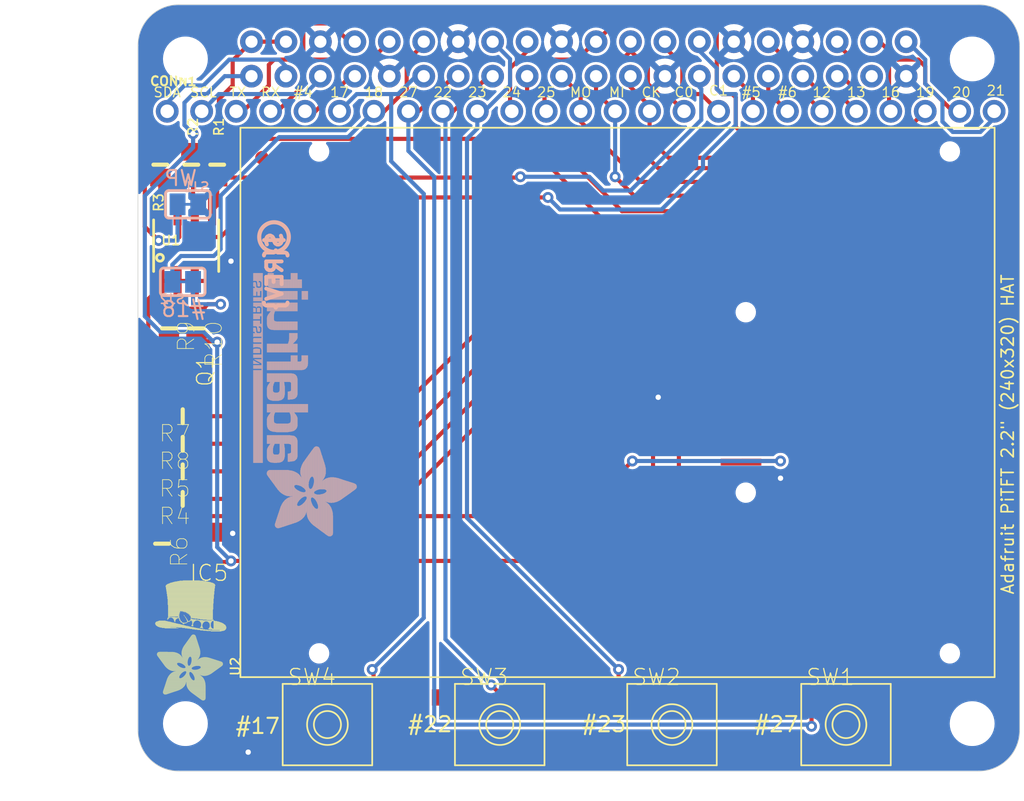
<source format=kicad_pcb>
(kicad_pcb (version 20221018) (generator pcbnew)
  (layers (0 "F.Cu" signal) (31 "B.Cu" signal) (34 "B.Paste" user) (35 "F.Paste" user) (36 "B.SilkS" user "B.Silkscreen") (37 "F.SilkS" user "F.Silkscreen") (38 "B.Mask" user) (39 "F.Mask" user) (44 "Edge.Cuts" user))
  (net 0 "")
  (net 1 "5.0V")
  (net 2 "GPIO4")
  (net 3 "GPIO17")
  (net 4 "GPIO27")
  (net 5 "GPIO22")
  (net 6 "SPI_MOSI")
  (net 7 "SPI_MISO")
  (net 8 "SPI_SCLK")
  (net 9 "GPIO5")
  (net 10 "GPIO6")
  (net 11 "GPIO13")
  (net 12 "GPIO19")
  (net 13 "GPIO26")
  (net 14 "3.3V")
  (net 15 "GND")
  (net 16 "GPIO18")
  (net 17 "GPIO24")
  (net 18 "SPI_CE0")
  (net 19 "EECLK")
  (net 20 "GPIO16")
  (net 21 "GPIO20")
  (net 22 "GPIO21")
  (net 23 "GPIO23")
  (net 24 "EEDATA")
  (net 25 "GPIO12")
  (net 26 "N$16")
  (net 27 "TFT_DC")
  (net 28 "TFT_RST")
  (net 29 "N$1")
  (net 30 "N$2")
  (net 31 "N$3")
  (net 32 "N$4")
  (net 33 "N$5")
  (net 34 "N$6")
  (net 35 "N$8")
  (net 36 "SDA")
  (net 37 "SCL")
  (net 38 "TXD")
  (net 39 "RXD")
  (net 40 "SPI_CE1")
  (footprint "working:SOT23" (layer "F.Cu") (at 120.8271 116.7436 180)
    (fp_text reference "IC5")
    (fp_text value "AXP803")
  )
  (footprint "working:EVQ-Q2" (layer "F.Cu") (at 142.6711 129.8246)
    (fp_text reference "SW3")
    (fp_text value "SPST_TACT-EVQQ2")
  )
  (footprint "working:0805-NO" (layer "F.Cu") (at 119.9381 88.5496 90)
    (fp_text reference "R2")
    (fp_text value "3.9K")
  )
  (footprint "working:0805-NO" (layer "F.Cu") (at 120.3191 100.6146 -90)
    (fp_text reference "R10")
    (fp_text value "1K")
  )
  (footprint "working:SOIC8_150MIL" (layer "F.Cu") (at 119.5571 94.5186)
    (fp_text reference "U1")
    (fp_text value "CAT24C32")
  )
  (footprint "working:PI_HAT_NOSLOTS" (layer "F.Cu") (at 116.0011 133.2536)
    (fp_text reference "RPI1" hide)
    (fp_text value "RASPBERRYPI_BPLUS_HATNOSLOTS" hide)
    (fp_line (start 0 -53.5) (end 0 -3) (stroke (width 0.05)) (layer "Edge.Cuts"))
    (fp_line (start 3 0) (end 62 0) (stroke (width 0.05)) (layer "Edge.Cuts"))
    (fp_line (start 62 -56.5) (end 3 -56.5) (stroke (width 0.05)) (layer "Edge.Cuts"))
    (fp_line (start 65 -3) (end 65 -53.5) (stroke (width 0.05)) (layer "Edge.Cuts"))
    (fp_arc (start 0 -53.5) (mid 0.87868 -55.62132) (end 3 -56.5) (stroke (width 0.05)) (layer "Edge.Cuts"))
    (fp_arc (start 3 0) (mid 0.87868 -0.87868) (end 0 -3) (stroke (width 0.05)) (layer "Edge.Cuts"))
    (fp_arc (start 62 -56.5) (mid 64.12132 -55.62132) (end 65 -53.5) (stroke (width 0.05)) (layer "Edge.Cuts"))
    (fp_arc (start 65 -3) (mid 64.12132 -0.87868) (end 62 0) (stroke (width 0.05)) (layer "Edge.Cuts"))
  )
  (footprint "working:0805-NO" (layer "F.Cu") (at 119.3031 109.1236 180)
    (fp_text reference "R8")
    (fp_text value "100")
  )
  (footprint "working:EVQ-Q2" (layer "F.Cu") (at 129.9711 129.8246)
    (fp_text reference "SW4")
    (fp_text value "SPST_TACT-EVQQ2")
  )
  (footprint "working:FIDUCIAL_1MM" (layer "F.Cu") (at 177.7231 124.7446)
    (fp_text reference "FID3" hide)
    (fp_text value "FIDUCIAL\"\"" hide)
  )
  (footprint "working:0805-NO" (layer "F.Cu") (at 121.8431 88.5496 90)
    (fp_text reference "R1")
    (fp_text value "3.9K")
  )
  (footprint "working:EVQ-Q2" (layer "F.Cu") (at 155.3711 129.8246)
    (fp_text reference "SW2")
    (fp_text value "SPST_TACT-EVQQ2")
  )
  (footprint "working:0805-NO" (layer "F.Cu") (at 119.3031 111.1556 180)
    (fp_text reference "R5")
    (fp_text value "100")
  )
  (footprint "working:PIHATLOGO" (layer "F.Cu") (at 117.2711 122.9666)
    (fp_text reference "U$4" hide)
    (fp_text value "" hide)
  )
  (footprint "working:0805-NO" (layer "F.Cu") (at 117.6521 88.5496 -90)
    (fp_text reference "R3")
    (fp_text value "3.9K")
  )
  (footprint "working:FIDUCIAL_1MM" (layer "F.Cu") (at 125.1451 124.7446)
    (fp_text reference "FID1" hide)
    (fp_text value "FIDUCIAL\"\"" hide)
  )
  (footprint "working:0805-NO" (layer "F.Cu") (at 119.3031 107.0916 180)
    (fp_text reference "R7")
    (fp_text value "100")
  )
  (footprint "working:FIDUCIAL_1MM" (layer "F.Cu") (at 125.1451 88.0416)
    (fp_text reference "FID2" hide)
    (fp_text value "FIDUCIAL\"\"" hide)
  )
  (footprint "working:0805-NO" (layer "F.Cu") (at 117.7791 116.4896 -90)
    (fp_text reference "R6")
    (fp_text value "10K")
  )
  (footprint "working:SOT23-BEC" (layer "F.Cu") (at 119.0491 104.4246 -90)
    (fp_text reference "Q1")
    (fp_text value "MMBT2222")
  )
  (footprint "working:1X25_ROUND_70MIL" (layer "F.Cu") (at 148.6401 84.6126)
    (fp_text reference "CONN1")
    (fp_text value "HEADER-1X25")
  )
  (footprint "working:0805-NO" (layer "F.Cu") (at 119.3031 113.1876 180)
    (fp_text reference "R4")
    (fp_text value "100")
  )
  (footprint "working:ADAFRUIT_5MM" (layer "F.Cu") (at 117.3981 128.0466)
    (fp_text reference "U$1" hide)
    (fp_text value "" hide)
  )
  (footprint "working:EVQ-Q2" (layer "F.Cu") (at 168.1981 129.8246)
    (fp_text reference "SW1")
    (fp_text value "SPST_TACT-EVQQ2")
  )
  (footprint "working:TM022HDH26_2.2IN_LCD" (layer "F.Cu") (at 149.2751 106.0756 90)
    (fp_text reference "U2")
    (fp_text value "2.2TFT")
  )
  (footprint "working:0805-NO" (layer "F.Cu") (at 118.2871 100.6146 -90)
    (fp_text reference "R9")
    (fp_text value "1K")
  )
  (footprint "working:PCBFEAT-REV-056" (layer "B.Cu") (at 126.0341 93.8836 -90)
    (fp_text reference "U$12" hide)
    (fp_text value "" hide)
  )
  (footprint "working:SOLDERJUMPER_CLOSEDWIRE" (layer "B.Cu") (at 119.3031 97.1856)
    (fp_text reference "SJ2")
    (fp_text value "BACKLITE")
  )
  (footprint "working:SOLDERJUMPER_CLOSEDWIRE" (layer "B.Cu") (at 119.6841 91.4706 180)
    (fp_text reference "SJ1")
    (fp_text value "WP")
  )
  (footprint "working:ADAFRUIT_TEXT_20MM" (layer "B.Cu") (at 124.5101 116.1086 90)
    (fp_text reference "U$3" hide)
    (fp_text value "" hide)
  )
  (gr_text "#18" (at 121.0811 99.8526) (layer "B.SilkS") (effects (font (size 1.1176 1.1176) (thickness 0.1524)) (justify left bottom mirror)))
  (gr_text "WP" (at 120.4461 90.2006) (layer "B.SilkS") (effects (font (size 1.1176 1.1176) (thickness 0.1524)) (justify left bottom mirror)))
  (gr_text "23" (at 141.0201 83.2156) (layer "F.SilkS") (effects (font (size 0.715264 0.715264) (thickness 0.097536))))
  (gr_text "19" (at 174.0401 83.2156) (layer "F.SilkS") (effects (font (size 0.715264 0.715264) (thickness 0.097536))))
  (gr_text "17" (at 130.8601 83.2156) (layer "F.SilkS") (effects (font (size 0.715264 0.715264) (thickness 0.097536))))
  (gr_text "TX" (at 123.3671 83.2156) (layer "F.SilkS") (effects (font (size 0.715264 0.715264) (thickness 0.097536))))
  (gr_text "24" (at 143.5601 83.2156) (layer "F.SilkS") (effects (font (size 0.715264 0.715264) (thickness 0.097536))))
  (gr_text "C0" (at 156.2601 83.2156) (layer "F.SilkS") (effects (font (size 0.715264 0.715264) (thickness 0.097536))))
  (gr_text "20" (at 176.7071 83.2156) (layer "F.SilkS") (effects (font (size 0.715264 0.715264) (thickness 0.097536))))
  (gr_text "MO" (at 148.6401 83.2156) (layer "F.SilkS") (effects (font (size 0.715264 0.715264) (thickness 0.097536))))
  (gr_text "16" (at 171.5001 83.2156) (layer "F.SilkS") (effects (font (size 0.715264 0.715264) (thickness 0.097536))))
  (gr_text "Adafruit PiTFT 2.2\" (240x320) HAT" (at 180.6441 120.2996 90) (layer "F.SilkS") (effects (font (size 0.89408 0.89408) (thickness 0.12192)) (justify left bottom)))
  (gr_text "#6" (at 163.8801 83.2156) (layer "F.SilkS") (effects (font (size 0.715264 0.715264) (thickness 0.097536))))
  (gr_text "SCL" (at 120.8271 83.2156) (layer "F.SilkS") (effects (font (size 0.715264 0.715264) (thickness 0.097536))))
  (gr_text "22" (at 138.4801 83.2156) (layer "F.SilkS") (effects (font (size 0.715264 0.715264) (thickness 0.097536))))
  (gr_text "#17" (at 123.1131 130.5866) (layer "F.SilkS") (effects (font (size 1.1176 1.1176) (thickness 0.1524)) (justify left bottom)))
  (gr_text "SDA" (at 118.1601 83.2156) (layer "F.SilkS") (effects (font (size 0.715264 0.715264) (thickness 0.097536))))
  (gr_text "25" (at 146.1001 83.2156) (layer "F.SilkS") (effects (font (size 0.715264 0.715264) (thickness 0.097536))))
  (gr_text "12" (at 166.4201 83.2156) (layer "F.SilkS") (effects (font (size 0.715264 0.715264) (thickness 0.097536))))
  (gr_text "#22" (at 135.8131 130.4596) (layer "F.SilkS") (effects (font (size 1.1176 1.1176) (thickness 0.1524)) (justify left bottom)))
  (gr_text "MI" (at 151.3071 83.2156) (layer "F.SilkS") (effects (font (size 0.715264 0.715264) (thickness 0.097536))))
  (gr_text "C1" (at 158.8001 83.0886) (layer "F.SilkS") (effects (font (size 0.715264 0.715264) (thickness 0.097536))))
  (gr_text "27" (at 135.9401 83.2156) (layer "F.SilkS") (effects (font (size 0.715264 0.715264) (thickness 0.097536))))
  (gr_text "RX" (at 125.7801 83.2156) (layer "F.SilkS") (effects (font (size 0.715264 0.715264) (thickness 0.097536))))
  (gr_text "#27" (at 161.3401 130.4596) (layer "F.SilkS") (effects (font (size 1.1176 1.1176) (thickness 0.1524)) (justify left bottom)))
  (gr_text "18" (at 133.4001 83.2156) (layer "F.SilkS") (effects (font (size 0.715264 0.715264) (thickness 0.097536))))
  (gr_text "CK" (at 153.8471 83.2156) (layer "F.SilkS") (effects (font (size 0.715264 0.715264) (thickness 0.097536))))
  (gr_text "13" (at 168.9601 83.2156) (layer "F.SilkS") (effects (font (size 0.715264 0.715264) (thickness 0.097536))))
  (gr_text "#23" (at 148.6401 130.4596) (layer "F.SilkS") (effects (font (size 1.1176 1.1176) (thickness 0.1524)) (justify left bottom)))
  (gr_text "#5" (at 161.2131 83.2156) (layer "F.SilkS") (effects (font (size 0.715264 0.715264) (thickness 0.097536))))
  (gr_text "#4" (at 128.1931 83.2156) (layer "F.SilkS") (effects (font (size 0.715264 0.715264) (thickness 0.097536))))
  (gr_text "21" (at 179.2471 83.0886) (layer "F.SilkS") (effects (font (size 0.715264 0.715264) (thickness 0.097536))))
  (segment (start 162.6101 95.1536) (end 160.3241 92.8676) (width 0.3048) (layer "F.Cu") (net 1))
  (segment (start 126.9111 79.4836) (end 124.3711 79.4836) (width 0.3048) (layer "F.Cu") (net 1))
  (segment (start 160.3241 92.8676) (end 150.5451 92.8676) (width 0.3048) (layer "F.Cu") (net 1))
  (segment (start 162.6101 103.7896) (end 162.6101 95.1536) (width 0.3048) (layer "F.Cu") (net 1))
  (segment (start 160.4591 104.0756) (end 162.3241 104.0756) (width 0.3048) (layer "F.Cu") (net 1))
  (segment (start 162.3241 104.0756) (end 162.6101 103.7896) (width 0.3048) (layer "F.Cu") (net 1))
  (segment (start 122.9861 82.7076) (end 121.9701 83.7236) (width 0.3048) (layer "F.Cu") (net 1))
  (segment (start 124.3711 79.4836) (end 122.9861 80.8686) (width 0.3048) (layer "F.Cu") (net 1))
  (segment (start 144.3221 86.6446) (end 150.5451 92.8676) (width 0.3048) (layer "F.Cu") (net 1))
  (segment (start 121.9701 85.5016) (end 123.1131 86.6446) (width 0.3048) (layer "F.Cu") (net 1))
  (segment (start 123.1131 86.6446) (end 144.3221 86.6446) (width 0.3048) (layer "F.Cu") (net 1))
  (segment (start 121.9701 83.7236) (end 121.9701 85.5016) (width 0.3048) (layer "F.Cu") (net 1))
  (segment (start 122.9861 80.8686) (end 122.9861 82.7076) (width 0.3048) (layer "F.Cu") (net 1))
  (segment (start 128.3201 84.6126) (end 129.0821 84.6126) (width 0.3048) (layer "F.Cu") (net 2))
  (segment (start 129.0821 84.6126) (end 131.6711 82.0236) (width 0.3048) (layer "F.Cu") (net 2))
  (segment (start 131.6711 82.0236) (end 131.9911 82.0236) (width 0.3048) (layer "F.Cu") (net 2))
  (segment (start 126.5711 127.8246) (end 133.3711 127.8246) (width 0.3048) (layer "F.Cu") (net 3))
  (segment (start 133.3711 125.8586) (end 133.2731 125.7606) (width 0.3048) (layer "F.Cu") (net 3))
  (segment (start 133.3711 127.8246) (end 133.3711 125.8586) (width 0.3048) (layer "F.Cu") (net 3))
  (via (at 133.2731 125.7606) (size 0.8001) (drill 0.3937) (layers "F.Cu" "B.Cu") (net 3))
  (segment (start 137.0711 121.9626) (end 137.0711 90.6966) (width 0.3048) (layer "B.Cu") (net 3))
  (segment (start 136.4971 82.0236) (end 137.0711 82.0236) (width 0.3048) (layer "B.Cu") (net 3))
  (segment (start 135.1781 83.3426) (end 136.4971 82.0236) (width 0.3048) (layer "B.Cu") (net 3))
  (segment (start 134.6701 83.3426) (end 135.1781 83.3426) (width 0.3048) (layer "B.Cu") (net 3))
  (segment (start 133.2731 125.7606) (end 137.0711 121.9626) (width 0.3048) (layer "B.Cu") (net 3))
  (segment (start 130.8601 84.6126) (end 132.1301 83.3426) (width 0.3048) (layer "B.Cu") (net 3))
  (segment (start 137.0711 90.6966) (end 134.6701 88.2956) (width 0.3048) (layer "B.Cu") (net 3))
  (segment (start 132.1301 83.3426) (end 134.6701 83.3426) (width 0.3048) (layer "B.Cu") (net 3))
  (segment (start 134.6701 88.2956) (end 134.6701 83.3426) (width 0.3048) (layer "B.Cu") (net 3))
  (segment (start 165.6581 128.6846) (end 165.6581 129.9516) (width 0.3048) (layer "F.Cu") (net 4))
  (segment (start 171.5981 127.8246) (end 164.7981 127.8246) (width 0.3048) (layer "F.Cu") (net 4))
  (segment (start 136.7021 84.6126) (end 138.8611 82.4536) (width 0.3048) (layer "F.Cu") (net 4))
  (segment (start 164.7981 127.8246) (end 165.6581 128.6846) (width 0.3048) (layer "F.Cu") (net 4))
  (segment (start 139.1811 82.4536) (end 139.6111 82.0236) (width 0.3048) (layer "F.Cu") (net 4))
  (segment (start 135.9401 84.6126) (end 136.7021 84.6126) (width 0.3048) (layer "F.Cu") (net 4))
  (segment (start 138.8611 82.4536) (end 139.1811 82.4536) (width 0.3048) (layer "F.Cu") (net 4))
  (via (at 165.6581 129.9516) (size 0.8001) (drill 0.3937) (layers "F.Cu" "B.Cu") (net 4))
  (segment (start 137.9721 129.8246) (end 137.8451 129.6976) (width 0.3048) (layer "B.Cu") (net 4))
  (segment (start 137.8451 89.4386) (end 135.9401 87.5336) (width 0.3048) (layer "B.Cu") (net 4))
  (segment (start 137.8451 129.6976) (end 137.8451 89.4386) (width 0.3048) (layer "B.Cu") (net 4))
  (segment (start 165.6581 129.9516) (end 165.5311 129.8246) (width 0.3048) (layer "B.Cu") (net 4))
  (segment (start 135.9401 87.5336) (end 135.9401 84.6126) (width 0.3048) (layer "B.Cu") (net 4))
  (segment (start 165.5311 129.8246) (end 137.9721 129.8246) (width 0.3048) (layer "B.Cu") (net 4))
  (segment (start 141.4011 82.4536) (end 141.7211 82.4536) (width 0.3048) (layer "F.Cu") (net 5))
  (segment (start 142.9571 127.8246) (end 142.0361 126.9036) (width 0.3048) (layer "F.Cu") (net 5))
  (segment (start 146.0711 127.8246) (end 142.9571 127.8246) (width 0.3048) (layer "F.Cu") (net 5))
  (segment (start 138.4801 84.6126) (end 139.2421 84.6126) (width 0.3048) (layer "F.Cu") (net 5))
  (segment (start 139.2421 84.6126) (end 141.4011 82.4536) (width 0.3048) (layer "F.Cu") (net 5))
  (segment (start 141.7211 82.4536) (end 142.1511 82.0236) (width 0.3048) (layer "F.Cu") (net 5))
  (segment (start 139.2711 127.8246) (end 146.0711 127.8246) (width 0.3048) (layer "F.Cu") (net 5))
  (via (at 142.0361 126.9036) (size 0.8001) (drill 0.3937) (layers "F.Cu" "B.Cu") (net 5))
  (segment (start 138.6706 84.6126) (end 138.4801 84.6126) (width 0.3048) (layer "B.Cu") (net 5))
  (segment (start 142.0361 126.9036) (end 138.6706 123.5381) (width 0.3048) (layer "B.Cu") (net 5))
  (segment (start 138.6706 123.5381) (end 138.6706 84.6126) (width 0.3048) (layer "B.Cu") (net 5))
  (segment (start 164.8961 93.8836) (end 160.8321 89.8196) (width 0.3048) (layer "F.Cu") (net 6))
  (segment (start 164.8961 106.5836) (end 164.8961 93.8836) (width 0.3048) (layer "F.Cu") (net 6))
  (segment (start 153.0851 89.8196) (end 148.6401 85.3746) (width 0.3048) (layer "F.Cu") (net 6))
  (segment (start 160.4591 107.2756) (end 164.2041 107.2756) (width 0.3048) (layer "F.Cu") (net 6))
  (segment (start 147.2311 82.0236) (end 148.6401 83.4326) (width 0.3048) (layer "F.Cu") (net 6))
  (segment (start 148.6401 85.3746) (end 148.6401 84.6126) (width 0.3048) (layer "F.Cu") (net 6))
  (segment (start 148.6401 83.4326) (end 148.6401 84.6126) (width 0.3048) (layer "F.Cu") (net 6))
  (segment (start 160.8321 89.8196) (end 153.0851 89.8196) (width 0.3048) (layer "F.Cu") (net 6))
  (segment (start 164.2041 107.2756) (end 164.8961 106.5836) (width 0.3048) (layer "F.Cu") (net 6))
  (segment (start 164.1341 106.0756) (end 164.1341 94.3916) (width 0.3048) (layer "F.Cu") (net 7))
  (segment (start 160.4591 106.4756) (end 163.7341 106.4756) (width 0.3048) (layer "F.Cu") (net 7))
  (segment (start 164.1341 94.3916) (end 160.5781 90.8356) (width 0.3048) (layer "F.Cu") (net 7))
  (segment (start 149.7711 83.2036) (end 151.1801 84.6126) (width 0.3048) (layer "F.Cu") (net 7))
  (segment (start 160.5781 90.8356) (end 152.5771 90.8356) (width 0.3048) (layer "F.Cu") (net 7))
  (segment (start 163.7341 106.4756) (end 164.1341 106.0756) (width 0.3048) (layer "F.Cu") (net 7))
  (segment (start 152.5771 90.8356) (end 151.1801 89.4386) (width 0.3048) (layer "F.Cu") (net 7))
  (segment (start 149.7711 82.0236) (end 149.7711 83.2036) (width 0.3048) (layer "F.Cu") (net 7))
  (via (at 151.1801 89.4386) (size 0.8001) (drill 0.3937) (layers "F.Cu" "B.Cu") (net 7))
  (segment (start 151.1801 89.4386) (end 151.1801 84.6126) (width 0.3048) (layer "B.Cu") (net 7))
  (segment (start 152.3111 82.8226) (end 153.7201 84.2316) (width 0.3048) (layer "F.Cu") (net 8))
  (segment (start 153.7201 84.2316) (end 153.7201 84.6126) (width 0.3048) (layer "F.Cu") (net 8))
  (segment (start 166.1661 91.3436) (end 162.8641 88.0416) (width 0.3048) (layer "F.Cu") (net 8))
  (segment (start 166.1661 108.3616) (end 164.8961 109.6316) (width 0.3048) (layer "F.Cu") (net 8))
  (segment (start 160.5031 109.6316) (end 160.4591 109.6756) (width 0.3048) (layer "F.Cu") (net 8))
  (segment (start 153.7201 86.6446) (end 153.7201 84.6126) (width 0.3048) (layer "F.Cu") (net 8))
  (segment (start 162.8641 88.0416) (end 155.1171 88.0416) (width 0.3048) (layer "F.Cu") (net 8))
  (segment (start 164.8961 109.6316) (end 160.5031 109.6316) (width 0.3048) (layer "F.Cu") (net 8))
  (segment (start 155.1171 88.0416) (end 153.7201 86.6446) (width 0.3048) (layer "F.Cu") (net 8))
  (segment (start 166.1661 108.3616) (end 166.1661 91.3436) (width 0.3048) (layer "F.Cu") (net 8))
  (segment (start 152.3111 82.0236) (end 152.3111 82.8226) (width 0.3048) (layer "F.Cu") (net 8))
  (segment (start 161.3401 83.4326) (end 159.9311 82.0236) (width 0.3048) (layer "F.Cu") (net 9))
  (segment (start 161.3401 84.6126) (end 161.3401 83.4326) (width 0.3048) (layer "F.Cu") (net 9))
  (segment (start 162.4711 82.0236) (end 162.4711 83.2036) (width 0.3048) (layer "F.Cu") (net 10))
  (segment (start 162.4711 83.2036) (end 163.8801 84.6126) (width 0.3048) (layer "F.Cu") (net 10))
  (segment (start 167.6901 83.3426) (end 166.4201 83.3426) (width 0.3048) (layer "F.Cu") (net 11))
  (segment (start 166.4201 83.3426) (end 165.1011 82.0236) (width 0.3048) (layer "F.Cu") (net 11))
  (segment (start 165.1011 82.0236) (end 165.0111 82.0236) (width 0.3048) (layer "F.Cu") (net 11))
  (segment (start 168.9601 84.6126) (end 167.6901 83.3426) (width 0.3048) (layer "F.Cu") (net 11))
  (segment (start 174.0401 84.6126) (end 172.3891 86.2636) (width 0.3048) (layer "F.Cu") (net 12))
  (segment (start 169.5951 83.2156) (end 169.0871 83.2156) (width 0.3048) (layer "F.Cu") (net 12))
  (segment (start 170.2301 83.8506) (end 169.5951 83.2156) (width 0.3048) (layer "F.Cu") (net 12))
  (segment (start 170.2301 85.1206) (end 170.2301 83.8506) (width 0.3048) (layer "F.Cu") (net 12))
  (segment (start 172.3891 86.2636) (end 171.3731 86.2636) (width 0.3048) (layer "F.Cu") (net 12))
  (segment (start 171.3731 86.2636) (end 170.2301 85.1206) (width 0.3048) (layer "F.Cu") (net 12))
  (segment (start 169.0871 83.2156) (end 167.8951 82.0236) (width 0.3048) (layer "F.Cu") (net 12))
  (segment (start 167.8951 82.0236) (end 167.5511 82.0236) (width 0.3048) (layer "F.Cu") (net 12))
  (segment (start 144.8301 83.8506) (end 144.6911 83.7116) (width 0.3048) (layer "F.Cu") (net 14))
  (segment (start 120.8271 117.8436) (end 120.4231 117.4396) (width 0.3048) (layer "F.Cu") (net 14))
  (segment (start 117.8451 89.4996) (end 119.3031 88.0416) (width 0.3048) (layer "F.Cu") (net 14))
  (segment (start 119.3031 88.0416) (end 119.8771 88.0416) (width 0.3048) (layer "F.Cu") (net 14))
  (segment (start 160.4591 104.8756) (end 155.8221 104.8756) (width 0.3048) (layer "F.Cu") (net 14))
  (segment (start 155.4981 104.5516) (end 153.3391 104.5516) (width 0.3048) (layer "F.Cu") (net 14))
  (segment (start 117.6521 89.4996) (end 117.8451 89.4996) (width 0.3048) (layer "F.Cu") (net 14))
  (segment (start 148.6401 117.7596) (end 122.8591 117.7596) (width 0.3048) (layer "F.Cu") (net 14))
  (segment (start 153.3391 104.5516) (end 152.7041 105.1866) (width 0.3048) (layer "F.Cu") (net 14))
  (segment (start 119.8771 88.0416) (end 119.8771 87.5996) (width 0.3048) (layer "F.Cu") (net 14))
  (segment (start 121.8431 101.6306) (end 121.7771 101.5646) (width 0.3048) (layer "F.Cu") (net 14))
  (segment (start 120.0651 87.2796) (end 119.9381 87.4066) (width 0.3048) (layer "F.Cu") (net 14))
  (segment (start 163.3721 104.2976) (end 163.3721 94.8996) (width 0.3048) (layer "F.Cu") (net 14))
  (segment (start 120.4231 117.4396) (end 117.7791 117.4396) (width 0.3048) (layer "F.Cu") (net 14))
  (segment (start 153.9741 109.2506) (end 153.9741 112.4256) (width 0.3048) (layer "F.Cu") (net 14))
  (segment (start 160.4511 91.9786) (end 151.6881 91.9786) (width 0.3048) (layer "F.Cu") (net 14))
  (segment (start 162.7941 104.8756) (end 163.3721 104.2976) (width 0.3048) (layer "F.Cu") (net 14))
  (segment (start 155.8221 104.8756) (end 155.4981 104.5516) (width 0.3048) (layer "F.Cu") (net 14))
  (segment (start 152.7041 105.1866) (end 152.7041 107.9806) (width 0.3048) (layer "F.Cu") (net 14))
  (segment (start 121.7771 101.5646) (end 120.3191 101.5646) (width 0.3048) (layer "F.Cu") (net 14))
  (segment (start 151.6881 91.9786) (end 144.8301 85.1206) (width 0.3048) (layer "F.Cu") (net 14))
  (segment (start 163.3721 94.8996) (end 160.4511 91.9786) (width 0.3048) (layer "F.Cu") (net 14))
  (segment (start 119.9381 87.5996) (end 121.8431 87.5996) (width 0.3048) (layer "F.Cu") (net 14))
  (segment (start 117.6521 91.9186) (end 117.6521 89.4996) (width 0.3048) (layer "F.Cu") (net 14))
  (segment (start 144.6911 83.7116) (end 144.6911 82.0236) (width 0.3048) (layer "F.Cu") (net 14))
  (segment (start 120.8271 117.8436) (end 122.7751 117.8436) (width 0.3048) (layer "F.Cu") (net 14))
  (segment (start 119.9381 87.4066) (end 119.9381 87.5996) (width 0.3048) (layer "F.Cu") (net 14))
  (segment (start 152.7041 107.9806) (end 153.9741 109.2506) (width 0.3048) (layer "F.Cu") (net 14))
  (segment (start 160.4591 104.8756) (end 162.7941 104.8756) (width 0.3048) (layer "F.Cu") (net 14))
  (segment (start 119.8771 87.5996) (end 119.9381 87.5996) (width 0.3048) (layer "F.Cu") (net 14))
  (segment (start 122.7751 117.8436) (end 122.8591 117.7596) (width 0.3048) (layer "F.Cu") (net 14))
  (segment (start 144.8301 85.1206) (end 144.8301 83.8506) (width 0.3048) (layer "F.Cu") (net 14))
  (segment (start 120.0651 86.2636) (end 120.0651 87.2796) (width 0.3048) (layer "F.Cu") (net 14))
  (segment (start 153.9741 112.4256) (end 148.6401 117.7596) (width 0.3048) (layer "F.Cu") (net 14))
  (via (at 122.8591 117.7596) (size 0.8001) (drill 0.3937) (layers "F.Cu" "B.Cu") (net 14))
  (via (at 120.0651 86.2636) (size 0.8001) (drill 0.3937) (layers "F.Cu" "B.Cu") (net 14))
  (via (at 121.8431 101.6306) (size 0.8001) (drill 0.3937) (layers "F.Cu" "B.Cu") (net 14))
  (segment (start 122.8591 117.7596) (end 121.8431 116.7436) (width 0.3048) (layer "B.Cu") (net 14))
  (segment (start 121.8431 101.8846) (end 120.8271 100.8686) (width 0.3048) (layer "B.Cu") (net 14))
  (segment (start 116.5091 99.7256) (end 116.5091 90.8356) (width 0.3048) (layer "B.Cu") (net 14))
  (segment (start 120.8271 100.8686) (end 117.6521 100.8686) (width 0.3048) (layer "B.Cu") (net 14))
  (segment (start 117.6521 100.8686) (end 116.5091 99.7256) (width 0.3048) (layer "B.Cu") (net 14))
  (segment (start 121.8431 116.7436) (end 121.8431 101.8846) (width 0.3048) (layer "B.Cu") (net 14))
  (segment (start 121.8431 101.8846) (end 121.8431 101.6306) (width 0.3048) (layer "B.Cu") (net 14))
  (segment (start 120.0651 83.3426) (end 121.0811 83.3426) (width 0.3048) (layer "B.Cu") (net 14))
  (segment (start 116.5091 90.8356) (end 120.0651 87.2796) (width 0.3048) (layer "B.Cu") (net 14))
  (segment (start 122.4001 82.0236) (end 124.3711 82.0236) (width 0.3048) (layer "B.Cu") (net 14))
  (segment (start 119.4301 83.9776) (end 120.0651 83.3426) (width 0.3048) (layer "B.Cu") (net 14))
  (segment (start 121.0811 83.3426) (end 122.4001 82.0236) (width 0.3048) (layer "B.Cu") (net 14))
  (segment (start 119.4301 85.6286) (end 120.0651 86.2636) (width 0.3048) (layer "B.Cu") (net 14))
  (segment (start 119.4301 83.9776) (end 119.4301 85.6286) (width 0.3048) (layer "B.Cu") (net 14))
  (segment (start 120.0651 87.2796) (end 120.0651 86.2636) (width 0.3048) (layer "B.Cu") (net 14))
  (segment (start 118.9221 97.1186) (end 120.1921 97.1186) (width 0.3048) (layer "F.Cu") (net 15))
  (segment (start 139.3031 131.8566) (end 146.7351 131.8566) (width 0.3048) (layer "F.Cu") (net 15))
  (segment (start 117.6521 97.5666) (end 117.6521 97.1186) (width 0.3048) (layer "F.Cu") (net 15))
  (segment (start 160.4591 105.6756) (end 154.3741 105.6756) (width 0.4064) (layer "F.Cu") (net 15))
  (segment (start 146.7671 131.8246) (end 151.9711 131.8246) (width 0.3048) (layer "F.Cu") (net 15))
  (segment (start 139.2711 131.8246) (end 146.0711 131.8246) (width 0.3048) (layer "F.Cu") (net 15))
  (segment (start 164.7981 131.8246) (end 171.5981 131.8246) (width 0.3048) (layer "F.Cu") (net 15))
  (segment (start 126.5711 131.8246) (end 126.5391 131.8566) (width 0.3048) (layer "F.Cu") (net 15))
  (segment (start 126.5391 131.8566) (end 124.1291 131.8566) (width 0.3048) (layer "F.Cu") (net 15))
  (segment (start 116.7631 104.1886) (end 116.7631 98.4556) (width 0.3048) (layer "F.Cu") (net 15))
  (segment (start 117.9491 105.3746) (end 116.7631 104.1886) (width 0.3048) (layer "F.Cu") (net 15))
  (segment (start 154.3741 105.6756) (end 154.3551 105.6946) (width 0.4064) (layer "F.Cu") (net 15))
  (segment (start 121.7771 115.6436) (end 121.8611 115.7276) (width 0.3048) (layer "F.Cu") (net 15))
  (segment (start 133.3711 131.8246) (end 139.2711 131.8246) (width 0.3048) (layer "F.Cu") (net 15))
  (segment (start 139.2711 131.8246) (end 139.3031 131.8566) (width 0.3048) (layer "F.Cu") (net 15))
  (segment (start 158.7711 131.8246) (end 164.7981 131.8246) (width 0.3048) (layer "F.Cu") (net 15))
  (segment (start 116.7631 98.4556) (end 117.6521 97.5666) (width 0.3048) (layer "F.Cu") (net 15))
  (segment (start 146.7351 131.8566) (end 146.7671 131.8246) (width 0.3048) (layer "F.Cu") (net 15))
  (segment (start 121.4621 97.1186) (end 122.8591 95.7216) (width 0.3048) (layer "F.Cu") (net 15))
  (segment (start 122.8591 95.7216) (end 122.8591 95.6616) (width 0.3048) (layer "F.Cu") (net 15))
  (segment (start 160.4591 111.2756) (end 162.9841 111.2756) (width 0.4064) (layer "F.Cu") (net 15))
  (segment (start 162.9841 111.2756) (end 163.3721 111.6636) (width 0.4064) (layer "F.Cu") (net 15))
  (segment (start 120.1921 97.1186) (end 121.4621 97.1186) (width 0.3048) (layer "F.Cu") (net 15))
  (segment (start 151.9711 131.8246) (end 158.7711 131.8246) (width 0.3048) (layer "F.Cu") (net 15))
  (segment (start 117.6521 97.1186) (end 118.9221 97.1186) (width 0.3048) (layer "F.Cu") (net 15))
  (segment (start 126.5711 131.8246) (end 133.3711 131.8246) (width 0.3048) (layer "F.Cu") (net 15))
  (segment (start 121.8611 115.7276) (end 122.9861 115.7276) (width 0.3048) (layer "F.Cu") (net 15))
  (via (at 122.8591 95.6616) (size 0.8001) (drill 0.3937) (layers "F.Cu" "B.Cu") (net 15))
  (via (at 154.3551 105.6946) (size 0.8001) (drill 0.3937) (layers "F.Cu" "B.Cu") (net 15))
  (via (at 122.9861 115.7276) (size 0.8001) (drill 0.3937) (layers "F.Cu" "B.Cu") (net 15))
  (via (at 124.1291 131.8566) (size 0.8001) (drill 0.3937) (layers "F.Cu" "B.Cu") (net 15))
  (via (at 163.3721 111.6636) (size 0.8001) (drill 0.3937) (layers "F.Cu" "B.Cu") (net 15))
  (segment (start 122.8591 95.6616) (end 122.8591 94.8996) (width 0.3048) (layer "B.Cu") (net 15))
  (segment (start 124.3831 129.8246) (end 124.1291 129.8246) (width 0.3048) (layer "B.Cu") (net 15))
  (segment (start 163.3721 111.6636) (end 163.8801 112.1716) (width 0.4064) (layer "B.Cu") (net 15))
  (segment (start 122.9861 115.7276) (end 123.6211 115.7276) (width 0.3048) (layer "B.Cu") (net 15))
  (segment (start 154.3551 105.6946) (end 154.3551 104.5516) (width 0.4064) (layer "B.Cu") (net 15))
  (segment (start 135.8131 80.9296) (end 137.0711 79.6716) (width 0.3048) (layer "F.Cu") (net 16))
  (segment (start 135.8131 82.9616) (end 135.8131 80.9296) (width 0.3048) (layer "F.Cu") (net 16))
  (segment (start 134.1621 84.6126) (end 135.8131 82.9616) (width 0.3048) (layer "F.Cu") (net 16))
  (segment (start 137.0711 79.6716) (end 137.0711 79.4836) (width 0.3048) (layer "F.Cu") (net 16))
  (segment (start 133.4001 84.6126) (end 134.1621 84.6126) (width 0.3048) (layer "F.Cu") (net 16))
  (segment (start 119.1761 95.2806) (end 118.5411 95.9156) (width 0.3048) (layer "B.Cu") (net 16))
  (segment (start 126.4151 86.5176) (end 131.4951 86.5176) (width 0.3048) (layer "B.Cu") (net 16))
  (segment (start 122.0971 94.7726) (end 121.5891 95.2806) (width 0.3048) (layer "B.Cu") (net 16))
  (segment (start 121.5891 95.2806) (end 119.1761 95.2806) (width 0.3048) (layer "B.Cu") (net 16))
  (segment (start 122.0971 94.7726) (end 122.0971 90.8356) (width 0.3048) (layer "B.Cu") (net 16))
  (segment (start 122.0971 90.8356) (end 126.4151 86.5176) (width 0.3048) (layer "B.Cu") (net 16))
  (segment (start 118.5411 95.9156) (end 118.5411 97.1856) (width 0.3048) (layer "B.Cu") (net 16))
  (segment (start 118.5411 97.1856) (end 118.2871 96.9316) (width 0.3048) (layer "B.Cu") (net 16))
  (segment (start 131.4951 86.5176) (end 133.4001 84.6126) (width 0.3048) (layer "B.Cu") (net 16))
  (segment (start 143.4331 81.4376) (end 144.6911 80.1796) (width 0.3048) (layer "F.Cu") (net 17))
  (segment (start 143.4331 84.4856) (end 143.4331 81.4376) (width 0.3048) (layer "F.Cu") (net 17))
  (segment (start 143.5601 84.6126) (end 143.4331 84.4856) (width 0.3048) (layer "F.Cu") (net 17))
  (segment (start 144.6911 80.1796) (end 144.6911 79.4836) (width 0.3048) (layer "F.Cu") (net 17))
  (segment (start 164.4201 108.0756) (end 165.4041 107.0916) (width 0.3048) (layer "F.Cu") (net 18))
  (segment (start 155.3711 83.7236) (end 156.2601 84.6126) (width 0.3048) (layer "F.Cu") (net 18))
  (segment (start 152.4501 83.9776) (end 151.0531 82.5806) (width 0.3048) (layer "F.Cu") (net 18))
  (segment (start 152.4501 86.8986) (end 152.4501 83.9776) (width 0.3048) (layer "F.Cu") (net 18))
  (segment (start 154.3551 88.8036) (end 152.4501 86.8986) (width 0.3048) (layer "F.Cu") (net 18))
  (segment (start 162.1021 88.8036) (end 154.3551 88.8036) (width 0.3048) (layer "F.Cu") (net 18))
  (segment (start 154.7361 83.7236) (end 155.3711 83.7236) (width 0.3048) (layer "F.Cu") (net 18))
  (segment (start 165.4041 92.1056) (end 162.1021 88.8036) (width 0.3048) (layer "F.Cu") (net 18))
  (segment (start 160.4591 108.0756) (end 164.4201 108.0756) (width 0.3048) (layer "F.Cu") (net 18))
  (segment (start 153.5931 81.4376) (end 153.5931 82.5806) (width 0.3048) (layer "F.Cu") (net 18))
  (segment (start 152.3111 79.4836) (end 152.3111 80.1556) (width 0.3048) (layer "F.Cu") (net 18))
  (segment (start 153.5931 82.5806) (end 154.7361 83.7236) (width 0.3048) (layer "F.Cu") (net 18))
  (segment (start 152.3111 80.1556) (end 153.5931 81.4376) (width 0.3048) (layer "F.Cu") (net 18))
  (segment (start 165.4041 107.0916) (end 165.4041 92.1056) (width 0.3048) (layer "F.Cu") (net 18))
  (segment (start 152.3111 80.1796) (end 152.3111 80.1556) (width 0.3048) (layer "F.Cu") (net 18))
  (segment (start 151.0531 82.5806) (end 151.0531 81.4376) (width 0.3048) (layer "F.Cu") (net 18))
  (segment (start 151.0531 81.4376) (end 152.3111 80.1796) (width 0.3048) (layer "F.Cu") (net 18))
  (segment (start 120.0651 91.7916) (end 120.0651 89.5656) (width 0.3048) (layer "F.Cu") (net 19))
  (segment (start 125.0181 90.9626) (end 146.2271 90.9626) (width 0.3048) (layer "F.Cu") (net 19))
  (segment (start 120.0651 89.5656) (end 119.9381 89.4386) (width 0.3048) (layer "F.Cu") (net 19))
  (segment (start 122.0971 93.8836) (end 125.0181 90.9626) (width 0.3048) (layer "F.Cu") (net 19))
  (segment (start 120.5731 93.8836) (end 122.0971 93.8836) (width 0.3048) (layer "F.Cu") (net 19))
  (segment (start 120.1921 91.9186) (end 120.0651 91.7916) (width 0.3048) (layer "F.Cu") (net 19))
  (segment (start 119.9381 89.4386) (end 119.9381 89.4996) (width 0.3048) (layer "F.Cu") (net 19))
  (segment (start 120.1921 91.9186) (end 120.1921 93.5026) (width 0.3048) (layer "F.Cu") (net 19))
  (segment (start 120.1921 93.5026) (end 120.5731 93.8836) (width 0.3048) (layer "F.Cu") (net 19))
  (via (at 146.2271 90.9626) (size 0.8001) (drill 0.3937) (layers "F.Cu" "B.Cu") (net 19))
  (segment (start 146.2271 90.9626) (end 147.1161 91.8516) (width 0.3048) (layer "B.Cu") (net 19))
  (segment (start 157.3911 80.1556) (end 157.3911 79.4836) (width 0.3048) (layer "B.Cu") (net 19))
  (segment (start 147.1161 91.8516) (end 154.6091 91.8516) (width 0.3048) (layer "B.Cu") (net 19))
  (segment (start 154.6091 91.8516) (end 157.6571 88.8036) (width 0.3048) (layer "B.Cu") (net 19))
  (segment (start 160.0701 83.3426) (end 160.0701 85.6286) (width 0.3048) (layer "B.Cu") (net 19))
  (segment (start 159.0541 83.3426) (end 160.0701 83.3426) (width 0.3048) (layer "B.Cu") (net 19))
  (segment (start 157.6571 88.0416) (end 157.6571 88.8036) (width 0.3048) (layer "B.Cu") (net 19))
  (segment (start 158.6731 82.9616) (end 159.0541 83.3426) (width 0.3048) (layer "B.Cu") (net 19))
  (segment (start 158.6731 81.4376) (end 157.3911 80.1556) (width 0.3048) (layer "B.Cu") (net 19))
  (segment (start 160.0701 85.6286) (end 157.6571 88.0416) (width 0.3048) (layer "B.Cu") (net 19))
  (segment (start 158.6731 82.9616) (end 158.6731 81.4376) (width 0.3048) (layer "B.Cu") (net 19))
  (segment (start 171.3731 81.1836) (end 170.9921 80.8026) (width 0.3048) (layer "F.Cu") (net 20))
  (segment (start 171.3731 84.4856) (end 171.3731 81.1836) (width 0.3048) (layer "F.Cu") (net 20))
  (segment (start 167.5511 79.6476) (end 167.5511 79.4836) (width 0.3048) (layer "F.Cu") (net 20))
  (segment (start 170.9921 80.8026) (end 168.7061 80.8026) (width 0.3048) (layer "F.Cu") (net 20))
  (segment (start 168.7061 80.8026) (end 167.5511 79.6476) (width 0.3048) (layer "F.Cu") (net 20))
  (segment (start 171.5001 84.6126) (end 171.3731 84.4856) (width 0.3048) (layer "F.Cu") (net 20))
  (segment (start 170.0911 79.4836) (end 170.6891 79.4836) (width 0.3048) (layer "F.Cu") (net 21))
  (segment (start 174.0401 81.3106) (end 174.0401 82.5806) (width 0.3048) (layer "F.Cu") (net 21))
  (segment (start 176.0721 84.6126) (end 176.5801 84.6126) (width 0.3048) (layer "F.Cu") (net 21))
  (segment (start 174.0401 82.5806) (end 176.0721 84.6126) (width 0.3048) (layer "F.Cu") (net 21))
  (segment (start 170.6891 79.4836) (end 172.0081 80.8026) (width 0.3048) (layer "F.Cu") (net 21))
  (segment (start 172.0081 80.8026) (end 173.5321 80.8026) (width 0.3048) (layer "F.Cu") (net 21))
  (segment (start 173.5321 80.8026) (end 174.0401 81.3106) (width 0.3048) (layer "F.Cu") (net 21))
  (segment (start 178.1041 86.1366) (end 179.1201 85.1206) (width 0.3048) (layer "B.Cu") (net 22))
  (segment (start 176.0721 86.1366) (end 178.1041 86.1366) (width 0.3048) (layer "B.Cu") (net 22))
  (segment (start 174.0401 80.8026) (end 174.0401 82.5806) (width 0.3048) (layer "B.Cu") (net 22))
  (segment (start 172.7211 79.4836) (end 174.0401 80.8026) (width 0.3048) (layer "B.Cu") (net 22))
  (segment (start 175.3101 85.3746) (end 176.0721 86.1366) (width 0.3048) (layer "B.Cu") (net 22))
  (segment (start 175.3101 83.8506) (end 175.3101 85.3746) (width 0.3048) (layer "B.Cu") (net 22))
  (segment (start 172.6311 79.4836) (end 172.7211 79.4836) (width 0.3048) (layer "B.Cu") (net 22))
  (segment (start 179.1201 85.1206) (end 179.1201 84.6126) (width 0.3048) (layer "B.Cu") (net 22))
  (segment (start 174.0401 82.5806) (end 175.3101 83.8506) (width 0.3048) (layer "B.Cu") (net 22))
  (segment (start 158.6761 127.9196) (end 152.4501 127.9196) (width 0.3048) (layer "F.Cu") (net 23))
  (segment (start 151.9711 127.8246) (end 151.4341 127.2876) (width 0.3048) (layer "F.Cu") (net 23))
  (segment (start 152.3551 127.8246) (end 151.9711 127.8246) (width 0.3048) (layer "F.Cu") (net 23))
  (segment (start 152.4501 127.9196) (end 152.3551 127.8246) (width 0.3048) (layer "F.Cu") (net 23))
  (segment (start 151.4341 127.2876) (end 151.4341 125.7606) (width 0.3048) (layer "F.Cu") (net 23))
  (segment (start 158.7711 127.8246) (end 158.6761 127.9196) (width 0.3048) (layer "F.Cu") (net 23))
  (via (at 151.4341 125.7606) (size 0.8001) (drill 0.3937) (layers "F.Cu" "B.Cu") (net 23))
  (segment (start 141.5281 84.6126) (end 141.0201 84.6126) (width 0.3048) (layer "B.Cu") (net 23))
  (segment (start 141.0201 85.8826) (end 141.0201 84.6126) (width 0.3048) (layer "B.Cu") (net 23))
  (segment (start 143.4331 82.7076) (end 141.5281 84.6126) (width 0.3048) (layer "B.Cu") (net 23))
  (segment (start 140.2581 86.6446) (end 141.0201 85.8826) (width 0.3048) (layer "B.Cu") (net 23))
  (segment (start 142.1511 79.4836) (end 143.4331 80.7656) (width 0.3048) (layer "B.Cu") (net 23))
  (segment (start 151.4341 125.7606) (end 140.2581 114.5846) (width 0.3048) (layer "B.Cu") (net 23))
  (segment (start 143.4331 80.7656) (end 143.4331 82.7076) (width 0.3048) (layer "B.Cu") (net 23))
  (segment (start 140.2581 114.5846) (end 140.2581 86.6446) (width 0.3048) (layer "B.Cu") (net 23))
  (segment (start 144.1951 89.4386) (end 144.2561 89.4996) (width 0.3048) (layer "F.Cu") (net 24))
  (segment (start 121.4621 91.9186) (end 121.8431 91.5376) (width 0.3048) (layer "F.Cu") (net 24))
  (segment (start 144.2561 89.4996) (end 121.8431 89.4996) (width 0.3048) (layer "F.Cu") (net 24))
  (segment (start 121.8431 91.5376) (end 121.8431 89.4996) (width 0.3048) (layer "F.Cu") (net 24))
  (via (at 144.1951 89.4386) (size 0.8001) (drill 0.3937) (layers "F.Cu" "B.Cu") (net 24))
  (segment (start 157.4031 82.8346) (end 157.4031 82.0236) (width 0.3048) (layer "B.Cu") (net 24))
  (segment (start 149.2751 89.4386) (end 144.1951 89.4386) (width 0.3048) (layer "B.Cu") (net 24))
  (segment (start 157.5301 82.9616) (end 157.5301 85.2476) (width 0.3048) (layer "B.Cu") (net 24))
  (segment (start 157.5301 85.2476) (end 152.3231 90.4546) (width 0.3048) (layer "B.Cu") (net 24))
  (segment (start 157.4031 82.0236) (end 157.3911 82.0236) (width 0.3048) (layer "B.Cu") (net 24))
  (segment (start 157.4031 82.8346) (end 157.5301 82.9616) (width 0.3048) (layer "B.Cu") (net 24))
  (segment (start 152.3231 90.4546) (end 150.2911 90.4546) (width 0.3048) (layer "B.Cu") (net 24))
  (segment (start 150.2911 90.4546) (end 149.2751 89.4386) (width 0.3048) (layer "B.Cu") (net 24))
  (segment (start 163.7531 82.7076) (end 164.5151 83.4696) (width 0.3048) (layer "F.Cu") (net 25))
  (segment (start 165.2771 83.4696) (end 166.4201 84.6126) (width 0.3048) (layer "F.Cu") (net 25))
  (segment (start 163.7531 80.7656) (end 163.7531 82.7076) (width 0.3048) (layer "F.Cu") (net 25))
  (segment (start 162.4711 79.4836) (end 163.7531 80.7656) (width 0.3048) (layer "F.Cu") (net 25))
  (segment (start 164.5151 83.4696) (end 165.2771 83.4696) (width 0.3048) (layer "F.Cu") (net 25))
  (segment (start 117.5251 94.1376) (end 118.7951 94.1376) (width 0.3048) (layer "F.Cu") (net 26))
  (segment (start 118.7951 94.1376) (end 119.0491 93.8836) (width 0.3048) (layer "F.Cu") (net 26))
  (segment (start 116.5091 93.1216) (end 117.5251 94.1376) (width 0.3048) (layer "F.Cu") (net 26))
  (segment (start 119.0491 93.8836) (end 119.0491 92.0456) (width 0.3048) (layer "F.Cu") (net 26))
  (segment (start 117.2051 87.5996) (end 116.5091 88.2956) (width 0.3048) (layer "F.Cu") (net 26))
  (segment (start 119.0491 92.0456) (end 118.9221 91.9186) (width 0.3048) (layer "F.Cu") (net 26))
  (segment (start 117.6521 87.5996) (end 117.2051 87.5996) (width 0.3048) (layer "F.Cu") (net 26))
  (segment (start 116.5091 88.2956) (end 116.5091 93.1216) (width 0.3048) (layer "F.Cu") (net 26))
  (via (at 117.5251 94.1376) (size 0.8001) (drill 0.3937) (layers "F.Cu" "B.Cu") (net 26))
  (segment (start 118.9221 94.1376) (end 118.9221 91.4706) (width 0.3048) (layer "B.Cu") (net 26))
  (segment (start 117.5251 94.1376) (end 118.9221 94.1376) (width 0.3048) (layer "B.Cu") (net 26))
  (segment (start 158.4191 77.8816) (end 151.3731 77.8816) (width 0.3048) (layer "F.Cu") (net 27))
  (segment (start 160.0701 83.5966) (end 159.8161 83.3426) (width 0.3048) (layer "F.Cu") (net 27))
  (segment (start 160.0701 85.7556) (end 160.0701 83.5966) (width 0.3048) (layer "F.Cu") (net 27))
  (segment (start 148.3861 80.8026) (end 149.7051 79.4836) (width 0.3048) (layer "F.Cu") (net 27))
  (segment (start 164.1341 86.2636) (end 160.5781 86.2636) (width 0.3048) (layer "F.Cu") (net 27))
  (segment (start 151.3731 77.8816) (end 149.7711 79.4836) (width 0.3048) (layer "F.Cu") (net 27))
  (segment (start 168.9601 110.1396) (end 168.9601 91.0896) (width 0.3048) (layer "F.Cu") (net 27))
  (segment (start 157.1491 113.9496) (end 165.1501 113.9496) (width 0.3048) (layer "F.Cu") (net 27))
  (segment (start 146.6081 80.8026) (end 148.3861 80.8026) (width 0.3048) (layer "F.Cu") (net 27))
  (segment (start 145.9731 84.4856) (end 145.9731 81.4376) (width 0.3048) (layer "F.Cu") (net 27))
  (segment (start 159.0541 83.3426) (end 158.6731 82.9616) (width 0.3048) (layer "F.Cu") (net 27))
  (segment (start 160.5781 86.2636) (end 160.0701 85.7556) (width 0.3048) (layer "F.Cu") (net 27))
  (segment (start 168.9601 91.0896) (end 164.1341 86.2636) (width 0.3048) (layer "F.Cu") (net 27))
  (segment (start 159.8161 83.3426) (end 159.0541 83.3426) (width 0.3048) (layer "F.Cu") (net 27))
  (segment (start 158.6731 82.9616) (end 158.6731 78.1356) (width 0.3048) (layer "F.Cu") (net 27))
  (segment (start 146.1001 84.6126) (end 145.9731 84.4856) (width 0.3048) (layer "F.Cu") (net 27))
  (segment (start 160.4591 108.8756) (end 156.6351 108.8756) (width 0.3048) (layer "F.Cu") (net 27))
  (segment (start 149.7051 79.4836) (end 149.7711 79.4836) (width 0.3048) (layer "F.Cu") (net 27))
  (segment (start 156.6351 108.8756) (end 155.8791 109.6316) (width 0.3048) (layer "F.Cu") (net 27))
  (segment (start 155.8791 112.6796) (end 157.1491 113.9496) (width 0.3048) (layer "F.Cu") (net 27))
  (segment (start 145.9731 81.4376) (end 146.6081 80.8026) (width 0.3048) (layer "F.Cu") (net 27))
  (segment (start 165.1501 113.9496) (end 168.9601 110.1396) (width 0.3048) (layer "F.Cu") (net 27))
  (segment (start 155.8791 109.6316) (end 155.8791 112.6796) (width 0.3048) (layer "F.Cu") (net 27))
  (segment (start 158.6731 78.1356) (end 158.4191 77.8816) (width 0.3048) (layer "F.Cu") (net 27))
  (segment (start 119.8771 115.6436) (end 119.8771 114.8996) (width 0.3048) (layer "F.Cu") (net 28))
  (segment (start 120.3191 114.4576) (end 148.3861 114.4576) (width 0.3048) (layer "F.Cu") (net 28))
  (segment (start 148.3861 114.4576) (end 152.4501 110.3936) (width 0.3048) (layer "F.Cu") (net 28))
  (segment (start 117.8831 115.6436) (end 119.8771 115.6436) (width 0.3048) (layer "F.Cu") (net 28))
  (segment (start 119.8771 114.8996) (end 120.3191 114.4576) (width 0.3048) (layer "F.Cu") (net 28))
  (segment (start 160.4591 110.4756) (end 160.5411 110.3936) (width 0.3048) (layer "F.Cu") (net 28))
  (segment (start 117.7791 115.5396) (end 117.8831 115.6436) (width 0.3048) (layer "F.Cu") (net 28))
  (segment (start 160.5411 110.3936) (end 163.3721 110.3936) (width 0.3048) (layer "F.Cu") (net 28))
  (via (at 163.3721 110.3936) (size 0.8001) (drill 0.3937) (layers "F.Cu" "B.Cu") (net 28))
  (via (at 152.4501 110.3936) (size 0.8001) (drill 0.3937) (layers "F.Cu" "B.Cu") (net 28))
  (segment (start 152.4501 110.3936) (end 163.3721 110.3936) (width 0.3048) (layer "B.Cu") (net 28))
  (segment (start 135.5591 113.1876) (end 145.4651 103.2816) (width 0.3048) (layer "F.Cu") (net 29))
  (segment (start 120.2531 113.1876) (end 135.5591 113.1876) (width 0.3048) (layer "F.Cu") (net 29))
  (segment (start 145.4651 103.2816) (end 160.4531 103.2816) (width 0.3048) (layer "F.Cu") (net 29))
  (segment (start 160.4531 103.2816) (end 160.4591 103.2756) (width 0.3048) (layer "F.Cu") (net 29))
  (segment (start 144.1951 102.5196) (end 160.4151 102.5196) (width 0.3048) (layer "F.Cu") (net 30))
  (segment (start 135.5591 111.1556) (end 144.1951 102.5196) (width 0.3048) (layer "F.Cu") (net 30))
  (segment (start 160.4151 102.5196) (end 160.4591 102.4756) (width 0.3048) (layer "F.Cu") (net 30))
  (segment (start 120.2531 111.1556) (end 135.5591 111.1556) (width 0.3048) (layer "F.Cu") (net 30))
  (segment (start 134.7971 107.0916) (end 141.1471 100.7416) (width 0.3048) (layer "F.Cu") (net 31))
  (segment (start 160.3251 100.7416) (end 160.4591 100.8756) (width 0.3048) (layer "F.Cu") (net 31))
  (segment (start 120.2531 107.0916) (end 134.7971 107.0916) (width 0.3048) (layer "F.Cu") (net 31))
  (segment (start 141.1471 100.7416) (end 160.3251 100.7416) (width 0.3048) (layer "F.Cu") (net 31))
  (segment (start 142.6711 101.7576) (end 160.3771 101.7576) (width 0.3048) (layer "F.Cu") (net 32))
  (segment (start 135.3051 109.1236) (end 142.6711 101.7576) (width 0.3048) (layer "F.Cu") (net 32))
  (segment (start 120.2531 109.1236) (end 135.3051 109.1236) (width 0.3048) (layer "F.Cu") (net 32))
  (segment (start 160.3771 101.7576) (end 160.4591 101.6756) (width 0.3048) (layer "F.Cu") (net 32))
  (segment (start 118.3531 109.1236) (end 118.3531 111.1556) (width 0.3048) (layer "F.Cu") (net 33))
  (segment (start 120.0651 104.5086) (end 120.1491 104.4246) (width 0.3048) (layer "F.Cu") (net 33))
  (segment (start 118.3531 111.1556) (end 118.3531 113.1876) (width 0.3048) (layer "F.Cu") (net 33))
  (segment (start 118.6681 106.4566) (end 118.6681 107.0916) (width 0.3048) (layer "F.Cu") (net 33))
  (segment (start 118.6681 106.4566) (end 120.0651 105.0596) (width 0.3048) (layer "F.Cu") (net 33))
  (segment (start 120.0651 105.0596) (end 120.0651 104.5086) (width 0.3048) (layer "F.Cu") (net 33))
  (segment (start 118.3531 107.0916) (end 118.3531 109.1236) (width 0.3048) (layer "F.Cu") (net 33))
  (segment (start 118.6681 107.0916) (end 118.3531 107.0916) (width 0.3048) (layer "F.Cu") (net 33))
  (segment (start 118.2871 103.1366) (end 118.2871 101.5646) (width 0.3048) (layer "F.Cu") (net 34))
  (segment (start 117.9491 103.4746) (end 118.2871 103.1366) (width 0.3048) (layer "F.Cu") (net 34))
  (segment (start 118.2871 99.6646) (end 120.3191 99.6646) (width 0.3048) (layer "F.Cu") (net 35))
  (segment (start 121.1471 98.8366) (end 122.0971 98.8366) (width 0.3048) (layer "F.Cu") (net 35))
  (segment (start 120.3191 99.6646) (end 121.1471 98.8366) (width 0.3048) (layer "F.Cu") (net 35))
  (via (at 122.0971 98.8366) (size 0.8001) (drill 0.3937) (layers "F.Cu" "B.Cu") (net 35))
  (segment (start 120.0651 97.1856) (end 120.0651 98.8366) (width 0.3048) (layer "B.Cu") (net 35))
  (segment (start 120.0651 98.8366) (end 122.0971 98.8366) (width 0.3048) (layer "B.Cu") (net 35))
  (segment (start 122.7321 80.8026) (end 126.4151 80.8026) (width 0.3048) (layer "B.Cu") (net 36))
  (segment (start 120.8271 82.7076) (end 122.7321 80.8026) (width 0.3048) (layer "B.Cu") (net 36))
  (segment (start 119.4301 82.7076) (end 120.8271 82.7076) (width 0.3048) (layer "B.Cu") (net 36))
  (segment (start 126.4151 80.8026) (end 126.9111 81.2986) (width 0.3048) (layer "B.Cu") (net 36))
  (segment (start 126.9111 81.2986) (end 126.9111 82.0236) (width 0.3048) (layer "B.Cu") (net 36))
  (segment (start 118.1601 83.9776) (end 119.4301 82.7076) (width 0.3048) (layer "B.Cu") (net 36))
  (segment (start 118.1601 84.6126) (end 118.1601 83.9776) (width 0.3048) (layer "B.Cu") (net 36))
  (segment (start 129.4511 82.2116) (end 129.4511 82.0236) (width 0.3048) (layer "B.Cu") (net 37))
  (segment (start 121.9701 83.3426) (end 128.3201 83.3426) (width 0.3048) (layer "B.Cu") (net 37))
  (segment (start 128.3201 83.3426) (end 129.4511 82.2116) (width 0.3048) (layer "B.Cu") (net 37))
  (segment (start 120.7001 84.6126) (end 121.9701 83.3426) (width 0.3048) (layer "B.Cu") (net 37))
  (segment (start 126.0341 80.8026) (end 127.6851 80.8026) (width 0.3048) (layer "F.Cu") (net 38))
  (segment (start 123.2401 84.6126) (end 123.7481 84.6126) (width 0.3048) (layer "F.Cu") (net 38))
  (segment (start 123.7481 84.6126) (end 125.6531 82.7076) (width 0.3048) (layer "F.Cu") (net 38))
  (segment (start 125.6531 82.7076) (end 125.6531 81.1836) (width 0.3048) (layer "F.Cu") (net 38))
  (segment (start 128.1931 80.2946) (end 128.1931 78.3896) (width 0.3048) (layer "F.Cu") (net 38))
  (segment (start 128.1931 78.3896) (end 128.4471 78.1356) (width 0.3048) (layer "F.Cu") (net 38))
  (segment (start 131.5731 79.4836) (end 131.9911 79.4836) (width 0.3048) (layer "F.Cu") (net 38))
  (segment (start 130.2251 78.1356) (end 131.5731 79.4836) (width 0.3048) (layer "F.Cu") (net 38))
  (segment (start 127.6851 80.8026) (end 128.1931 80.2946) (width 0.3048) (layer "F.Cu") (net 38))
  (segment (start 128.4471 78.1356) (end 130.2251 78.1356) (width 0.3048) (layer "F.Cu") (net 38))
  (segment (start 125.6531 81.1836) (end 126.0341 80.8026) (width 0.3048) (layer "F.Cu") (net 38))
  (segment (start 128.1931 82.7076) (end 128.1931 81.5646) (width 0.3048) (layer "F.Cu") (net 39))
  (segment (start 125.7801 84.6126) (end 126.2881 84.6126) (width 0.3048) (layer "F.Cu") (net 39))
  (segment (start 126.2881 84.6126) (end 128.1931 82.7076) (width 0.3048) (layer "F.Cu") (net 39))
  (segment (start 128.9551 80.8026) (end 133.2121 80.8026) (width 0.3048) (layer "F.Cu") (net 39))
  (segment (start 128.1931 81.5646) (end 128.9551 80.8026) (width 0.3048) (layer "F.Cu") (net 39))
  (segment (start 133.2121 80.8026) (end 134.5311 79.4836) (width 0.3048) (layer "F.Cu") (net 39))
  (segment (start 156.1331 82.7076) (end 156.7681 83.3426) (width 0.3048) (layer "F.Cu") (net 40))
  (segment (start 157.5301 83.3426) (end 158.8001 84.6126) (width 0.3048) (layer "F.Cu") (net 40))
  (segment (start 154.8511 79.9016) (end 156.1331 81.1836) (width 0.3048) (layer "F.Cu") (net 40))
  (segment (start 156.7681 83.3426) (end 157.5301 83.3426) (width 0.3048) (layer "F.Cu") (net 40))
  (segment (start 154.8511 79.4836) (end 154.8511 79.9016) (width 0.3048) (layer "F.Cu") (net 40))
  (segment (start 156.1331 81.1836) (end 156.1331 82.7076) (width 0.3048) (layer "F.Cu") (net 40))
  (zone (net 15) (net_name "GND") (layer "B.Cu") (priority 6) (connect_pads (clearance 0.000001)) (min_thickness 0.2032) (fill yes (thermal_gap 0.4564) (thermal_bridge_width 0.4564))
    (polygon (pts (xy 181.2283 133.4568) (xy 115.7979 133.4568) (xy 115.7979 76.4084) (xy 181.2283 76.4084)))
  )
)
</source>
